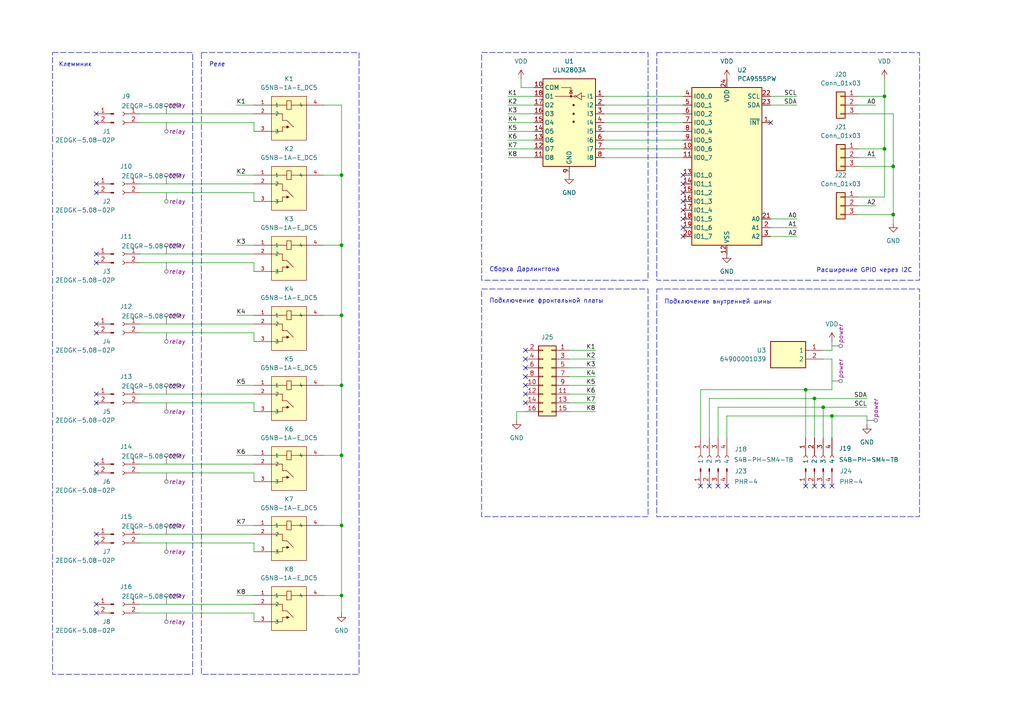
<source format=kicad_sch>
(kicad_sch (version 20231120) (generator "eeschema") (generator_version "8.0")
  (paper "A4")
  (title_block (title "Модуль релейных выходов PM-RQ8-base") (date "2024-05-29") (comment 2 "Konstantin"))
  (lib_symbols
    (symbol "Connector_Generic:Conn_01x03" (pin_names (offset 1.016) hide)
      (property "Reference" "J" (at 0 5.08 0))
      (property "Value" "Conn_01x03" (at 0 -5.08 0))
      (symbol "Conn_01x03_1_1"
        (pin passive line (at -5.08 2.54 0) (length 3.81) (name "Pin_1") (number "1"))
        (pin passive line (at -5.08 0 0) (length 3.81) (name "Pin_2") (number "2"))
        (pin passive line (at -5.08 -2.54 0) (length 3.81) (name "Pin_3") (number "3"))
      )
    )
    (symbol "JST_S4B-PH-SM4-TB_1" (pin_names (offset 1.016))
      (property "Reference" "J" (at -2.5428 6.3569 0))
      (property "Value" "S4B-PH-SM4-TB" (at -2.5411 -7.6232 0))
      (symbol "JST_S4B-PH-SM4-TB_1_1_0"
        (pin passive line (at -5.08 3.81 0) (length 5.08) (name "1") (number "1"))
        (pin passive line (at -5.08 1.27 0) (length 5.08) (name "2") (number "2"))
        (pin passive line (at -5.08 -1.27 0) (length 5.08) (name "3") (number "3"))
        (pin passive line (at -5.08 -3.81 0) (length 5.08) (name "4") (number "4"))
      )
    )
    (symbol "NextPCB:Conn_02x08_socket" (pin_names (offset 1.016) hide)
      (property "Reference" "J" (at 1.27 10.16 0))
      (symbol "Conn_02x08_socket_1_1"
        (pin passive line (at -5.08 7.62 0) (length 3.81) (name "Pin_1") (number "1"))
        (pin passive line (at 7.62 -2.54 180) (length 3.81) (name "Pin_10") (number "10"))
        (pin passive line (at -5.08 -5.08 0) (length 3.81) (name "Pin_11") (number "11"))
        (pin passive line (at 7.62 -5.08 180) (length 3.81) (name "Pin_12") (number "12"))
        (pin passive line (at -5.08 -7.62 0) (length 3.81) (name "Pin_13") (number "13"))
        (pin passive line (at 7.62 -7.62 180) (length 3.81) (name "Pin_14") (number "14"))
        (pin passive line (at -5.08 -10.16 0) (length 3.81) (name "Pin_15") (number "15"))
        (pin passive line (at 7.62 -10.16 180) (length 3.81) (name "Pin_16") (number "16"))
        (pin passive line (at 7.62 7.62 180) (length 3.81) (name "Pin_2") (number "2"))
        (pin passive line (at -5.08 5.08 0) (length 3.81) (name "Pin_3") (number "3"))
        (pin passive line (at 7.62 5.08 180) (length 3.81) (name "Pin_4") (number "4"))
        (pin passive line (at -5.08 2.54 0) (length 3.81) (name "Pin_5") (number "5"))
        (pin passive line (at 7.62 2.54 180) (length 3.81) (name "Pin_6") (number "6"))
        (pin passive line (at -5.08 0 0) (length 3.81) (name "Pin_7") (number "7"))
        (pin passive line (at 7.62 0 180) (length 3.81) (name "Pin_8") (number "8"))
        (pin passive line (at -5.08 -2.54 0) (length 3.81) (name "Pin_9") (number "9"))
      )
    )
    (symbol "NextPCB:Degson_2EDGK-5.08-02P" (pin_names (offset 1.016) hide) (on_board no)
      (property "Reference" "J" (at 0 2.54 0))
      (property "Value" "2EDGK-5.08-02P" (at 0 -5.08 0))
      (symbol "Degson_2EDGK-5.08-02P_1_1"
        (pin passive line (at 0 0 180) (length 3.81) (name "Pin_1") (number "1"))
        (pin passive line (at 0 -2.54 180) (length 3.81) (name "Pin_2") (number "2"))
      )
    )
    (symbol "NextPCB:Degson_2EDGR-5.08-02P" (pin_names (offset 1.016) hide)
      (property "Reference" "J" (at 0 2.54 0))
      (property "Value" "2EDGR-5.08-02P" (at 0 -5.08 0))
      (symbol "Degson_2EDGR-5.08-02P_1_1"
        (pin passive line (at -5.08 0 0) (length 3.81) (name "Pin_1") (number "1"))
        (pin passive line (at -5.08 -2.54 0) (length 3.81) (name "Pin_2") (number "2"))
      )
    )
    (symbol "NextPCB:Fuseholder"
      (property "Reference" "U" (at 16.51 7.62 0))
      (property "Value" "64900001039" (at 16.51 5.08 0))
      (symbol "Fuseholder_1_1"
        (pin passive line (at 0 0 0) (length 5.08) (name "1") (number "1"))
        (pin passive line (at 0 -2.54 0) (length 5.08) (name "2") (number "2"))
      )
    )
    (symbol "NextPCB:G5NB-1A-E_DC5" (pin_names (offset 1.016))
      (property "Reference" "K" (at 7.9746 6.5786 0))
      (property "Value" "G5NB-1A-E_DC5" (at 7.3352 4.0386 0))
      (symbol "G5NB-1A-E_DC5_0_0"
        (pin passive line (at 2.54 0 0) (length 5.08) (name "1") (number "1"))
        (pin passive line (at 2.54 -2.54 0) (length 5.08) (name "2") (number "2"))
        (pin passive line (at 2.54 -7.62 0) (length 5.08) (name "3") (number "3"))
        (pin passive line (at 22.86 0 180) (length 5.08) (name "4") (number "4"))
      )
    )
    (symbol "NextPCB:JST_PHR-4" (pin_names (offset 1.016) hide)
      (property "Reference" "J" (at 0 5.08 0))
      (property "Value" "PHR-4" (at 0 -7.62 0))
      (symbol "JST_PHR-4_1_1"
        (pin passive line (at 5.08 2.54 180) (length 3.81) (name "Pin_1") (number "1"))
        (pin passive line (at 5.08 0 180) (length 3.81) (name "Pin_2") (number "2"))
        (pin passive line (at 5.08 -2.54 180) (length 3.81) (name "Pin_3") (number "3"))
        (pin passive line (at 5.08 -5.08 180) (length 3.81) (name "Pin_4") (number "4"))
      )
    )
    (symbol "NextPCB:JST_S4B-PH-SM4-TB" (pin_names (offset 1.016))
      (property "Reference" "J" (at -2.5428 6.3569 0))
      (property "Value" "S4B-PH-SM4-TB" (at -2.5411 -7.6232 0))
      (symbol "JST_S4B-PH-SM4-TB_1_0"
        (pin passive line (at -5.08 3.81 0) (length 5.08) (name "1") (number "1"))
        (pin passive line (at -5.08 1.27 0) (length 5.08) (name "2") (number "2"))
        (pin passive line (at -5.08 -1.27 0) (length 5.08) (name "3") (number "3"))
        (pin passive line (at -5.08 -3.81 0) (length 5.08) (name "4") (number "4"))
      )
    )
    (symbol "NextPCB:PCA9555PW"
      (property "Reference" "U" (at -8.89 24.13 0))
      (property "Value" "PCA9555PW" (at 6.35 24.13 0))
      (symbol "PCA9555PW_1_1"
        (pin open_collector line (at -12.7 12.7 0) (length 2.54) (name "~{INT}") (number "1"))
        (pin bidirectional line (at 12.7 5.08 180) (length 2.54) (name "IO0_6") (number "10"))
        (pin bidirectional line (at 12.7 2.54 180) (length 2.54) (name "IO0_7") (number "11"))
        (pin power_in line (at 0 -25.4 90) (length 2.54) (name "VSS") (number "12"))
        (pin bidirectional line (at 12.7 -2.54 180) (length 2.54) (name "IO1_0") (number "13"))
        (pin bidirectional line (at 12.7 -5.08 180) (length 2.54) (name "IO1_1") (number "14"))
        (pin bidirectional line (at 12.7 -7.62 180) (length 2.54) (name "IO1_2") (number "15"))
        (pin bidirectional line (at 12.7 -10.16 180) (length 2.54) (name "IO1_3") (number "16"))
        (pin bidirectional line (at 12.7 -12.7 180) (length 2.54) (name "IO1_4") (number "17"))
        (pin bidirectional line (at 12.7 -15.24 180) (length 2.54) (name "IO1_5") (number "18"))
        (pin bidirectional line (at 12.7 -17.78 180) (length 2.54) (name "IO1_6") (number "19"))
        (pin input line (at -12.7 -17.78 0) (length 2.54) (name "A1") (number "2"))
        (pin bidirectional line (at 12.7 -20.32 180) (length 2.54) (name "IO1_7") (number "20"))
        (pin input line (at -12.7 -15.24 0) (length 2.54) (name "A0") (number "21"))
        (pin input line (at -12.7 20.32 0) (length 2.54) (name "SCL") (number "22"))
        (pin bidirectional line (at -12.7 17.78 0) (length 2.54) (name "SDA") (number "23"))
        (pin power_in line (at 0 25.4 270) (length 2.54) (name "VDD") (number "24"))
        (pin input line (at -12.7 -20.32 0) (length 2.54) (name "A2") (number "3"))
        (pin bidirectional line (at 12.7 20.32 180) (length 2.54) (name "IO0_0") (number "4"))
        (pin bidirectional line (at 12.7 17.78 180) (length 2.54) (name "IO0_1") (number "5"))
        (pin bidirectional line (at 12.7 15.24 180) (length 2.54) (name "IO0_2") (number "6"))
        (pin bidirectional line (at 12.7 12.7 180) (length 2.54) (name "IO0_3") (number "7"))
        (pin bidirectional line (at 12.7 10.16 180) (length 2.54) (name "IO0_4") (number "8"))
        (pin bidirectional line (at 12.7 7.62 180) (length 2.54) (name "IO0_5") (number "9"))
      )
    )
    (symbol "NextPCB:ULN2803A"
      (property "Reference" "U" (at 0 13.335 0))
      (property "Value" "ULN2803A" (at 0 11.43 0))
      (symbol "ULN2803A_1_1"
        (pin input line (at -10.16 5.08 0) (length 2.54) (name "I1") (number "1"))
        (pin passive line (at 10.16 7.62 180) (length 2.54) (name "COM") (number "10"))
        (pin open_collector line (at 10.16 -12.7 180) (length 2.54) (name "O8") (number "11"))
        (pin open_collector line (at 10.16 -10.16 180) (length 2.54) (name "O7") (number "12"))
        (pin open_collector line (at 10.16 -7.62 180) (length 2.54) (name "O6") (number "13"))
        (pin open_collector line (at 10.16 -5.08 180) (length 2.54) (name "O5") (number "14"))
        (pin open_collector line (at 10.16 -2.54 180) (length 2.54) (name "O4") (number "15"))
        (pin open_collector line (at 10.16 0 180) (length 2.54) (name "O3") (number "16"))
        (pin open_collector line (at 10.16 2.54 180) (length 2.54) (name "O2") (number "17"))
        (pin open_collector line (at 10.16 5.08 180) (length 2.54) (name "O1") (number "18"))
        (pin input line (at -10.16 2.54 0) (length 2.54) (name "I2") (number "2"))
        (pin input line (at -10.16 0 0) (length 2.54) (name "I3") (number "3"))
        (pin input line (at -10.16 -2.54 0) (length 2.54) (name "I4") (number "4"))
        (pin input line (at -10.16 -5.08 0) (length 2.54) (name "I5") (number "5"))
        (pin input line (at -10.16 -7.62 0) (length 2.54) (name "I6") (number "6"))
        (pin input line (at -10.16 -10.16 0) (length 2.54) (name "I7") (number "7"))
        (pin input line (at -10.16 -12.7 0) (length 2.54) (name "I8") (number "8"))
        (pin power_in line (at 0 -17.78 90) (length 2.54) (name "GND") (number "9"))
      )
    )
    (symbol "power:GND" (power) (pin_numbers hide) (pin_names (offset 0) hide)
      (property "Value" "GND" (at 0 -3.81 0))
      (symbol "GND_1_1"
        (pin power_in line (at 0 0 270) (length 0) (name "~") (number "1"))
      )
    )
    (symbol "power:VDD" (power) (pin_numbers hide) (pin_names (offset 0) hide)
      (property "Value" "VDD" (at 0 3.556 0))
      (symbol "VDD_1_1"
        (pin power_in line (at 0 0 90) (length 0) (name "~") (number "1"))
      )
    )
  )
  (junction (at 256.54 27.94))
  (junction (at 259.08 62.23))
  (junction (at 236.22 115.57))
  (junction (at 99.06 111.76))
  (junction (at 99.06 152.4))
  (junction (at 99.06 71.12))
  (junction (at 99.06 91.44))
  (junction (at 241.3 120.65))
  (junction (at 99.06 172.72))
  (junction (at 233.68 113.03))
  (junction (at 238.76 118.11))
  (junction (at 256.54 43.18))
  (junction (at 99.06 50.8))
  (junction (at 99.06 132.08))
  (junction (at 259.08 48.26))
  (no_connect (at 233.68 140.97))
  (no_connect (at 27.94 114.3))
  (no_connect (at 27.94 154.94))
  (no_connect (at 198.12 63.5))
  (no_connect (at 236.22 140.97))
  (no_connect (at 198.12 68.58))
  (no_connect (at 238.76 140.97))
  (no_connect (at 27.94 76.2))
  (no_connect (at 198.12 66.04))
  (no_connect (at 27.94 157.48))
  (no_connect (at 198.12 55.88))
  (no_connect (at 152.4 106.68))
  (no_connect (at 198.12 50.8))
  (no_connect (at 152.4 104.14))
  (no_connect (at 223.52 35.56))
  (no_connect (at 152.4 114.3))
  (no_connect (at 241.3 140.97))
  (no_connect (at 198.12 60.96))
  (no_connect (at 27.94 73.66))
  (no_connect (at 27.94 134.62))
  (no_connect (at 152.4 109.22))
  (no_connect (at 198.12 53.34))
  (no_connect (at 203.2 140.97))
  (no_connect (at 208.28 140.97))
  (no_connect (at 27.94 177.8))
  (no_connect (at 27.94 137.16))
  (no_connect (at 27.94 55.88))
  (no_connect (at 152.4 101.6))
  (no_connect (at 152.4 116.84))
  (no_connect (at 27.94 96.52))
  (no_connect (at 27.94 35.56))
  (no_connect (at 152.4 111.76))
  (no_connect (at 27.94 53.34))
  (no_connect (at 205.74 140.97))
  (no_connect (at 198.12 58.42))
  (no_connect (at 210.82 140.97))
  (no_connect (at 27.94 116.84))
  (no_connect (at 27.94 175.26))
  (no_connect (at 27.94 33.02))
  (no_connect (at 27.94 93.98))
  (wire (pts (xy 223.52 27.94) (xy 231.14 27.94)))
  (wire (pts (xy 73.66 157.48) (xy 73.66 160.02)))
  (wire (pts (xy 40.64 33.02) (xy 73.66 33.02)))
  (wire (pts (xy 40.64 73.66) (xy 73.66 73.66)))
  (wire (pts (xy 233.68 113.03) (xy 233.68 127)))
  (wire (pts (xy 40.64 157.48) (xy 73.66 157.48)))
  (wire (pts (xy 73.66 35.56) (xy 73.66 38.1)))
  (wire (pts (xy 175.26 33.02) (xy 198.12 33.02)))
  (wire (pts (xy 165.1 104.14) (xy 172.72 104.14)))
  (wire (pts (xy 223.52 68.58) (xy 231.14 68.58)))
  (wire (pts (xy 149.86 121.92) (xy 149.86 119.38)))
  (wire (pts (xy 152.4 119.38) (xy 149.86 119.38)))
  (wire (pts (xy 175.26 35.56) (xy 198.12 35.56)))
  (wire (pts (xy 248.92 57.15) (xy 256.54 57.15)))
  (wire (pts (xy 93.98 91.44) (xy 99.06 91.44)))
  (wire (pts (xy 68.58 91.44) (xy 73.66 91.44)))
  (wire (pts (xy 241.3 120.65) (xy 241.3 127)))
  (wire (pts (xy 248.92 62.23) (xy 259.08 62.23)))
  (wire (pts (xy 223.52 30.48) (xy 231.14 30.48)))
  (wire (pts (xy 248.92 43.18) (xy 256.54 43.18)))
  (wire (pts (xy 73.66 76.2) (xy 73.66 78.74)))
  (wire (pts (xy 73.66 58.42) (xy 73.66 55.88)))
  (wire (pts (xy 68.58 172.72) (xy 73.66 172.72)))
  (wire (pts (xy 73.66 99.06) (xy 73.66 96.52)))
  (wire (pts (xy 256.54 43.18) (xy 256.54 57.15)))
  (wire (pts (xy 165.1 114.3) (xy 172.72 114.3)))
  (wire (pts (xy 175.26 38.1) (xy 198.12 38.1)))
  (wire (pts (xy 68.58 152.4) (xy 73.66 152.4)))
  (wire (pts (xy 175.26 30.48) (xy 198.12 30.48)))
  (wire (pts (xy 151.13 25.4) (xy 151.13 22.86)))
  (wire (pts (xy 40.64 134.62) (xy 73.66 134.62)))
  (wire (pts (xy 175.26 43.18) (xy 198.12 43.18)))
  (wire (pts (xy 256.54 27.94) (xy 256.54 43.18)))
  (wire (pts (xy 99.06 152.4) (xy 99.06 172.72)))
  (wire (pts (xy 40.64 116.84) (xy 73.66 116.84)))
  (wire (pts (xy 165.1 111.76) (xy 172.72 111.76)))
  (wire (pts (xy 40.64 93.98) (xy 73.66 93.98)))
  (wire (pts (xy 99.06 50.8) (xy 99.06 71.12)))
  (wire (pts (xy 147.32 30.48) (xy 154.94 30.48)))
  (wire (pts (xy 203.2 113.03) (xy 203.2 127)))
  (wire (pts (xy 259.08 62.23) (xy 259.08 64.77)))
  (wire (pts (xy 259.08 33.02) (xy 259.08 48.26)))
  (wire (pts (xy 165.1 106.68) (xy 172.72 106.68)))
  (wire (pts (xy 175.26 27.94) (xy 198.12 27.94)))
  (wire (pts (xy 256.54 27.94) (xy 256.54 22.86)))
  (wire (pts (xy 40.64 177.8) (xy 73.66 177.8)))
  (wire (pts (xy 93.98 152.4) (xy 99.06 152.4)))
  (wire (pts (xy 68.58 132.08) (xy 73.66 132.08)))
  (wire (pts (xy 147.32 27.94) (xy 154.94 27.94)))
  (wire (pts (xy 248.92 59.69) (xy 254 59.69)))
  (wire (pts (xy 99.06 132.08) (xy 99.06 152.4)))
  (wire (pts (xy 154.94 25.4) (xy 151.13 25.4)))
  (wire (pts (xy 147.32 43.18) (xy 154.94 43.18)))
  (wire (pts (xy 238.76 101.6) (xy 241.3 101.6)))
  (wire (pts (xy 68.58 30.48) (xy 73.66 30.48)))
  (wire (pts (xy 93.98 71.12) (xy 99.06 71.12)))
  (wire (pts (xy 99.06 71.12) (xy 99.06 91.44)))
  (wire (pts (xy 251.46 123.19) (xy 251.46 120.65)))
  (wire (pts (xy 99.06 30.48) (xy 99.06 50.8)))
  (wire (pts (xy 40.64 55.88) (xy 73.66 55.88)))
  (wire (pts (xy 147.32 33.02) (xy 154.94 33.02)))
  (wire (pts (xy 40.64 137.16) (xy 73.66 137.16)))
  (wire (pts (xy 99.06 91.44) (xy 99.06 111.76)))
  (wire (pts (xy 251.46 118.11) (xy 238.76 118.11)))
  (wire (pts (xy 208.28 127) (xy 208.28 118.11)))
  (wire (pts (xy 241.3 104.14) (xy 238.76 104.14)))
  (wire (pts (xy 241.3 99.06) (xy 241.3 101.6)))
  (wire (pts (xy 165.1 116.84) (xy 172.72 116.84)))
  (wire (pts (xy 251.46 120.65) (xy 241.3 120.65)))
  (wire (pts (xy 241.3 113.03) (xy 233.68 113.03)))
  (wire (pts (xy 251.46 115.57) (xy 236.22 115.57)))
  (wire (pts (xy 93.98 30.48) (xy 99.06 30.48)))
  (wire (pts (xy 93.98 50.8) (xy 99.06 50.8)))
  (wire (pts (xy 223.52 66.04) (xy 231.14 66.04)))
  (wire (pts (xy 99.06 172.72) (xy 93.98 172.72)))
  (wire (pts (xy 99.06 111.76) (xy 99.06 132.08)))
  (wire (pts (xy 147.32 40.64) (xy 154.94 40.64)))
  (wire (pts (xy 165.1 119.38) (xy 172.72 119.38)))
  (wire (pts (xy 233.68 113.03) (xy 203.2 113.03)))
  (wire (pts (xy 205.74 127) (xy 205.74 115.57)))
  (wire (pts (xy 210.82 127) (xy 210.82 120.65)))
  (wire (pts (xy 248.92 33.02) (xy 259.08 33.02)))
  (wire (pts (xy 147.32 38.1) (xy 154.94 38.1)))
  (wire (pts (xy 99.06 172.72) (xy 99.06 177.8)))
  (wire (pts (xy 40.64 53.34) (xy 73.66 53.34)))
  (wire (pts (xy 40.64 76.2) (xy 73.66 76.2)))
  (wire (pts (xy 147.32 35.56) (xy 154.94 35.56)))
  (wire (pts (xy 248.92 45.72) (xy 254 45.72)))
  (wire (pts (xy 40.64 175.26) (xy 73.66 175.26)))
  (wire (pts (xy 165.1 101.6) (xy 172.72 101.6)))
  (wire (pts (xy 208.28 118.11) (xy 238.76 118.11)))
  (wire (pts (xy 210.82 120.65) (xy 241.3 120.65)))
  (wire (pts (xy 248.92 48.26) (xy 259.08 48.26)))
  (wire (pts (xy 40.64 154.94) (xy 73.66 154.94)))
  (wire (pts (xy 259.08 48.26) (xy 259.08 62.23)))
  (wire (pts (xy 40.64 96.52) (xy 73.66 96.52)))
  (wire (pts (xy 236.22 115.57) (xy 236.22 127)))
  (wire (pts (xy 40.64 114.3) (xy 73.66 114.3)))
  (wire (pts (xy 248.92 27.94) (xy 256.54 27.94)))
  (wire (pts (xy 248.92 30.48) (xy 254 30.48)))
  (wire (pts (xy 68.58 71.12) (xy 73.66 71.12)))
  (wire (pts (xy 68.58 50.8) (xy 73.66 50.8)))
  (wire (pts (xy 205.74 115.57) (xy 236.22 115.57)))
  (wire (pts (xy 165.1 109.22) (xy 172.72 109.22)))
  (wire (pts (xy 93.98 132.08) (xy 99.06 132.08)))
  (wire (pts (xy 73.66 137.16) (xy 73.66 139.7)))
  (wire (pts (xy 147.32 45.72) (xy 154.94 45.72)))
  (wire (pts (xy 73.66 116.84) (xy 73.66 119.38)))
  (wire (pts (xy 40.64 35.56) (xy 73.66 35.56)))
  (wire (pts (xy 175.26 40.64) (xy 198.12 40.64)))
  (wire (pts (xy 68.58 111.76) (xy 73.66 111.76)))
  (wire (pts (xy 238.76 118.11) (xy 238.76 127)))
  (wire (pts (xy 223.52 63.5) (xy 231.14 63.5)))
  (wire (pts (xy 73.66 177.8) (xy 73.66 180.34)))
  (wire (pts (xy 93.98 111.76) (xy 99.06 111.76)))
  (wire (pts (xy 175.26 45.72) (xy 198.12 45.72)))
  (wire (pts (xy 241.3 104.14) (xy 241.3 113.03)))
  (rectangle (start 190.5 15.24) (end 266.7 81.28) (stroke (width 0) (type dash)))
  (rectangle (start 139.7 83.82) (end 187.96 149.86) (stroke (width 0) (type dash)))
  (rectangle (start 58.42 15.24) (end 104.14 195.58) (stroke (width 0) (type dash)))
  (rectangle (start 15.24 15.24) (end 55.88 195.58) (stroke (width 0) (type dash)))
  (rectangle (start 139.7 15.24) (end 187.96 81.28) (stroke (width 0) (type dash)))
  (rectangle (start 190.5 83.82) (end 266.7 149.86) (stroke (width 0) (type dash)))
  (text "Расширение GPIO через I2C" (at 250.698 78.486 0) (effects (font (size 1.27 1.27))))
  (text "Реле" (at 62.992 18.796 0) (effects (font (size 1.27 1.27))))
  (text "Сборка Дарлингтона" (at 152.146 78.232 0) (effects (font (size 1.27 1.27))))
  (text "Клеммник" (at 21.844 18.796 0) (effects (font (size 1.27 1.27))))
  (text "Подключение внутренней шины" (at 208.28 87.63 0) (effects (font (size 1.27 1.27))))
  (text "Подключение фронтальной платы" (at 158.496 87.376 0) (effects (font (size 1.27 1.27))))
  (label "K4" (at 172.72 109.22 180))
  (label "A2" (at 231.14 68.58 180))
  (label "SCL" (at 251.46 118.11 180))
  (label "K5" (at 172.72 111.76 180))
  (label "K7" (at 172.72 116.84 180))
  (label "A1" (at 254 45.72 180))
  (label "SCL" (at 231.14 27.94 180))
  (label "K3" (at 172.72 106.68 180))
  (label "K2" (at 68.58 50.8 0))
  (label "K1" (at 172.72 101.6 180))
  (label "A2" (at 254 59.69 180))
  (label "K4" (at 68.58 91.44 0))
  (label "K3" (at 68.58 71.12 0))
  (label "K6" (at 172.72 114.3 180))
  (label "K1" (at 147.32 27.94 0))
  (label "A0" (at 231.14 63.5 180))
  (label "SDA" (at 231.14 30.48 180))
  (label "K8" (at 68.58 172.72 0))
  (label "K2" (at 147.32 30.48 0))
  (label "A1" (at 231.14 66.04 180))
  (label "K7" (at 147.32 43.18 0))
  (label "A0" (at 254 30.48 180))
  (label "K6" (at 147.32 40.64 0))
  (label "K6" (at 68.58 132.08 0))
  (label "K2" (at 172.72 104.14 180))
  (label "K1" (at 68.58 30.48 0))
  (label "K8" (at 147.32 45.72 0))
  (label "K8" (at 172.72 119.38 180))
  (label "K5" (at 147.32 38.1 0))
  (label "K3" (at 147.32 33.02 0))
  (label "SDA" (at 251.46 115.57 180))
  (label "K5" (at 68.58 111.76 0))
  (label "K4" (at 147.32 35.56 0))
  (label "K7" (at 68.58 152.4 0))
  (netclass_flag "" (length 2.54) (shape round) (at 241.3 110.49 270) (property "Netclass" "power" (at 243.84 109.7915 90) (effects (font (italic yes)) (justify left))))
  (netclass_flag "" (length 2.54) (shape round) (at 48.26 116.84 180) (property "Netclass" "relay" (at 48.9585 119.38 0) (effects (font (italic yes)) (justify left))))
  (netclass_flag "" (length 2.54) (shape round) (at 48.26 114.3 0) (property "Netclass" "relay" (at 48.9585 111.76 0) (effects (font (italic yes)) (justify left))))
  (netclass_flag "" (length 2.54) (shape round) (at 48.26 33.02 0) (property "Netclass" "relay" (at 48.9585 30.48 0) (effects (font (italic yes)) (justify left))))
  (netclass_flag "" (length 2.54) (shape round) (at 48.26 35.56 180) (property "Netclass" "relay" (at 48.9585 38.1 0) (effects (font (italic yes)) (justify left))))
  (netclass_flag "" (length 2.54) (shape round) (at 48.26 154.94 0) (property "Netclass" "relay" (at 48.9585 152.4 0) (effects (font (italic yes)) (justify left))))
  (netclass_flag "" (length 2.54) (shape round) (at 48.26 134.62 0) (property "Netclass" "relay" (at 48.9585 132.08 0) (effects (font (italic yes)) (justify left))))
  (netclass_flag "" (length 2.54) (shape round) (at 48.26 157.48 180) (property "Netclass" "relay" (at 48.9585 160.02 0) (effects (font (italic yes)) (justify left))))
  (netclass_flag "" (length 2.54) (shape round) (at 48.26 53.34 0) (property "Netclass" "relay" (at 48.9585 50.8 0) (effects (font (italic yes)) (justify left))))
  (netclass_flag "" (length 2.54) (shape round) (at 48.26 96.52 180) (property "Netclass" "relay" (at 48.9585 99.06 0) (effects (font (italic yes)) (justify left))))
  (netclass_flag "" (length 2.54) (shape round) (at 48.26 175.26 0) (property "Netclass" "relay" (at 48.9585 172.72 0) (effects (font (italic yes)) (justify left))))
  (netclass_flag "" (length 2.54) (shape round) (at 48.26 73.66 0) (property "Netclass" "relay" (at 48.9585 71.12 0) (effects (font (italic yes)) (justify left))))
  (netclass_flag "" (length 2.54) (shape round) (at 48.26 76.2 180) (property "Netclass" "relay" (at 48.9585 78.74 0) (effects (font (italic yes)) (justify left))))
  (netclass_flag "" (length 2.54) (shape round) (at 48.26 137.16 180) (property "Netclass" "relay" (at 48.9585 139.7 0) (effects (font (italic yes)) (justify left))))
  (netclass_flag "" (length 2.54) (shape round) (at 241.3 100.33 270) (property "Netclass" "power" (at 243.84 99.6315 90) (effects (font (italic yes)) (justify left))))
  (netclass_flag "" (length 2.54) (shape round) (at 48.26 93.98 0) (property "Netclass" "relay" (at 48.9585 91.44 0) (effects (font (italic yes)) (justify left))))
  (netclass_flag "" (length 2.54) (shape round) (at 48.26 177.8 180) (property "Netclass" "relay" (at 48.9585 180.34 0) (effects (font (italic yes)) (justify left))))
  (netclass_flag "" (length 2.54) (shape round) (at 48.26 55.88 180) (property "Netclass" "relay" (at 48.9585 58.42 0) (effects (font (italic yes)) (justify left))))
  (netclass_flag "" (length 2.54) (shape round) (at 251.46 121.92 270) (property "Netclass" "power" (at 254 121.2215 90) (effects (font (italic yes)) (justify left))))
  (symbol (lib_id "power:VDD") (at 256.54 22.86 0) (unit 1)
    (property "Reference" "#PWR09" (effects (hide yes)))
    (property "Value" "VDD" (at 256.54 17.78 0))
    (property "Description" "Power symbol creates a global label with name \"VDD\"" (effects (hide yes)))
  )
  (symbol (lib_id "Connector_Generic:Conn_01x03") (at 243.84 45.72 0) (mirror y) (unit 1)
    (property "Reference" "J21" (at 243.84 36.83 0))
    (property "Value" "Conn_01x03" (at 243.84 39.37 0))
    (property "Footprint" "Connector_PinHeader_2.54mm:PinHeader_1x03_P2.54mm_Vertical_SMD_Pin1Left" (effects (hide yes)))
    (property "Description" "Generic connector, single row, 01x03, script generated (kicad-library-utils/schlib/autogen/connector/)" (effects (hide yes)))
  )
  (symbol (lib_id "NextPCB:Degson_2EDGR-5.08-02P") (at 35.56 53.34 0) (mirror y) (unit 1)
    (property "Reference" "J10" (at 36.576 48.26 0))
    (property "Value" "2EDGR-5.08-02P" (at 43.942 51.054 0))
    (property "Footprint" "NextPCB:Degson_2EDGR-5.08-02P" (effects (hide yes)))
    (property "Description" "Generic connector, single row, 01x02, script generated" (effects (hide yes)))
    (property "NextPCB_url" "https://www.hqonline.com/product-detail/max-maixu--mx2edgr-5-08-02p-gn01-cu-a-1027942969" (effects (hide yes)))
    (property "NextPCB_price" "0.03132" (effects (hide yes)))
  )
  (symbol (lib_id "NextPCB:Degson_2EDGR-5.08-02P") (at 35.56 154.94 0) (mirror y) (unit 1)
    (property "Reference" "J15" (at 36.576 149.86 0))
    (property "Value" "2EDGR-5.08-02P" (at 43.942 152.654 0))
    (property "Footprint" "NextPCB:Degson_2EDGR-5.08-02P" (effects (hide yes)))
    (property "Description" "Generic connector, single row, 01x02, script generated" (effects (hide yes)))
    (property "NextPCB_url" "https://www.hqonline.com/product-detail/max-maixu--mx2edgr-5-08-02p-gn01-cu-a-1027942969" (effects (hide yes)))
    (property "NextPCB_price" "0.03132" (effects (hide yes)))
  )
  (symbol (lib_id "NextPCB:Conn_02x08_socket") (at 160.02 109.22 0) (mirror y) (unit 1)
    (property "Reference" "J25" (at 158.75 97.79 0))
    (property "Value" "Conn_02x08_socket" (effects (hide yes)))
    (property "Footprint" "Connector_PinSocket_2.54mm:PinSocket_2x08_P2.54mm_Vertical_SMD" (effects (hide yes)))
    (property "Description" "Generic connector, double row, 02x08, odd/even pin numbering scheme (row 1 odd numbers, row 2 even numbers), script generated (kicad-library-utils/schlib/autogen/connector/)" (effects (hide yes)))
    (property "NextPCB_url" "https://www.hqonline.com/product-detail/female-headers-hctl-pm254-2-08-s-8-5-1018837905" (effects (hide yes)))
    (property "NextPCB_price" "0.27113" (effects (hide yes)))
  )
  (symbol (lib_id "power:GND") (at 99.06 177.8 0) (unit 1)
    (property "Reference" "#PWR01" (effects (hide yes)))
    (property "Value" "GND" (at 99.06 182.88 0))
    (property "Description" "Power symbol creates a global label with name \"GND\" , ground" (effects (hide yes)))
  )
  (symbol (lib_id "NextPCB:JST_PHR-4") (at 236.22 135.89 90) (mirror x) (unit 1) (on_board no)
    (property "Reference" "J24" (at 245.364 136.652 90))
    (property "Value" "PHR-4" (at 246.888 139.7 90))
    (property "Datasheet" "https://www.jst-mfg.com/product/pdf/eng/ePH.pdf?6656bd1692cde" (effects (hide yes)))
    (property "Description" "Generic connector, single row, 01x04, script generated" (effects (hide yes)))
    (property "NextPCB_price" "0.00887" (effects (hide yes)))
    (property "NextPCB_url" "https://www.hqonline.com/product-detail/rubber-shells-and-accessories-jst-phr-4-2500219090" (effects (hide yes)))
  )
  (symbol (lib_id "NextPCB:Degson_2EDGK-5.08-02P") (at 27.94 154.94 0) (mirror y) (unit 1) (on_board no)
    (property "Reference" "J7" (at 29.718 160.02 0) (effects (justify right)))
    (property "Value" "2EDGK-5.08-02P" (at 16.002 162.56 0) (effects (justify right)))
    (property "Description" "Generic connector, single row, 01x02, script generated" (effects (hide yes)))
    (property "NextPCB_url" "https://www.hqonline.com/product-detail/max-maixu--mx2edgk-5-08-02p-gn01-cu-y-a-1027943030" (effects (hide yes)))
    (property "NextPCB_price" "0.11828" (effects (hide yes)))
  )
  (symbol (lib_id "NextPCB:Degson_2EDGK-5.08-02P") (at 27.94 53.34 0) (mirror y) (unit 1) (on_board no)
    (property "Reference" "J2" (at 29.718 58.42 0) (effects (justify right)))
    (property "Value" "2EDGK-5.08-02P" (at 16.002 60.96 0) (effects (justify right)))
    (property "Description" "Generic connector, single row, 01x02, script generated" (effects (hide yes)))
    (property "NextPCB_url" "https://www.hqonline.com/product-detail/max-maixu--mx2edgk-5-08-02p-gn01-cu-y-a-1027943030" (effects (hide yes)))
    (property "NextPCB_price" "0.11828" (effects (hide yes)))
  )
  (symbol (lib_id "NextPCB:G5NB-1A-E_DC5") (at 71.12 91.44 0) (unit 1)
    (property "Reference" "K4" (at 83.82 83.82 0))
    (property "Value" "G5NB-1A-E_DC5" (at 83.82 86.36 0))
    (property "Footprint" "NextPCB:G5NB-1A-E_DC12_RELAY_G5NB-1A_DC5_OMR" (effects (hide yes)))
    (property "MF" "Omron Electronics Inc-EMC Div" (effects (hide yes)))
    (property "Description_1" "\nPower PCB Relay, 3A/5A, SPST-NO, 12 VDC, G5NB Series | Omron Electronic Components G5NB-1A-E DC12\n" (effects (hide yes)))
    (property "COPYRIGHT" "Copyright (C) 2023 Ultra Librarian. All rights reserved." (effects (hide yes)))
    (property "Package" "None" (effects (hide yes)))
    (property "Price" "None" (effects (hide yes)))
    (property "Check_prices" "https://www.snapeda.com/parts/G5NB-1A-E%20DC12/Omron+Electronics+Inc-EMC+Div/view-part/?ref=eda" (effects (hide yes)))
    (property "Availability" "In Stock" (effects (hide yes)))
    (property "SnapEDA_Link" "https://www.snapeda.com/parts/G5NB-1A-E%20DC12/Omron+Electronics+Inc-EMC+Div/view-part/?ref=snap" (effects (hide yes)))
    (property "MP" "G5NB-1A-E DC12" (effects (hide yes)))
    (property "Purchase-URL" "https://www.snapeda.com/api/url_track_click_mouser/?unipart_id=3078279&manufacturer=Omron Electronics Inc-EMC Div&part_name=G5NB-1A-E DC12&search_term=g5nb" (effects (hide yes)))
    (property "MFR_NAME" "Omron" (effects (hide yes)))
    (property "MANUFACTURER_PART_NUMBER" "G5NB-1A-E DC12" (effects (hide yes)))
    (property "NextPCB_url" "https://www.hqonline.com/product-detail/oumulong-omron--g5nb-1a-e-5vdc-1025587015" (effects (hide yes)))
    (property "NextPCB_price" "0.88519" (effects (hide yes)))
  )
  (symbol (lib_id "NextPCB:Degson_2EDGK-5.08-02P") (at 27.94 134.62 0) (mirror y) (unit 1) (on_board no)
    (property "Reference" "J6" (at 29.718 139.7 0) (effects (justify right)))
    (property "Value" "2EDGK-5.08-02P" (at 16.002 142.24 0) (effects (justify right)))
    (property "Description" "Generic connector, single row, 01x02, script generated" (effects (hide yes)))
    (property "NextPCB_url" "https://www.hqonline.com/product-detail/max-maixu--mx2edgk-5-08-02p-gn01-cu-y-a-1027943030" (effects (hide yes)))
    (property "NextPCB_price" "0.11828" (effects (hide yes)))
  )
  (symbol (lib_id "NextPCB:G5NB-1A-E_DC5") (at 71.12 172.72 0) (unit 1)
    (property "Reference" "K8" (at 83.82 165.1 0))
    (property "Value" "G5NB-1A-E_DC5" (at 83.82 167.64 0))
    (property "Footprint" "NextPCB:G5NB-1A-E_DC12_RELAY_G5NB-1A_DC5_OMR" (effects (hide yes)))
    (property "MF" "Omron Electronics Inc-EMC Div" (effects (hide yes)))
    (property "Description_1" "\nPower PCB Relay, 3A/5A, SPST-NO, 12 VDC, G5NB Series | Omron Electronic Components G5NB-1A-E DC12\n" (effects (hide yes)))
    (property "COPYRIGHT" "Copyright (C) 2023 Ultra Librarian. All rights reserved." (effects (hide yes)))
    (property "Package" "None" (effects (hide yes)))
    (property "Price" "None" (effects (hide yes)))
    (property "Check_prices" "https://www.snapeda.com/parts/G5NB-1A-E%20DC12/Omron+Electronics+Inc-EMC+Div/view-part/?ref=eda" (effects (hide yes)))
    (property "Availability" "In Stock" (effects (hide yes)))
    (property "SnapEDA_Link" "https://www.snapeda.com/parts/G5NB-1A-E%20DC12/Omron+Electronics+Inc-EMC+Div/view-part/?ref=snap" (effects (hide yes)))
    (property "MP" "G5NB-1A-E DC12" (effects (hide yes)))
    (property "Purchase-URL" "https://www.snapeda.com/api/url_track_click_mouser/?unipart_id=3078279&manufacturer=Omron Electronics Inc-EMC Div&part_name=G5NB-1A-E DC12&search_term=g5nb" (effects (hide yes)))
    (property "MFR_NAME" "Omron" (effects (hide yes)))
    (property "MANUFACTURER_PART_NUMBER" "G5NB-1A-E DC12" (effects (hide yes)))
    (property "NextPCB_url" "https://www.hqonline.com/product-detail/oumulong-omron--g5nb-1a-e-5vdc-1025587015" (effects (hide yes)))
    (property "NextPCB_price" "0.88519" (effects (hide yes)))
  )
  (symbol (lib_id "NextPCB:Degson_2EDGK-5.08-02P") (at 27.94 93.98 0) (mirror y) (unit 1) (on_board no)
    (property "Reference" "J4" (at 29.718 99.06 0) (effects (justify right)))
    (property "Value" "2EDGK-5.08-02P" (at 16.002 101.6 0) (effects (justify right)))
    (property "Description" "Generic connector, single row, 01x02, script generated" (effects (hide yes)))
    (property "NextPCB_url" "https://www.hqonline.com/product-detail/max-maixu--mx2edgk-5-08-02p-gn01-cu-y-a-1027943030" (effects (hide yes)))
    (property "NextPCB_price" "0.11828" (effects (hide yes)))
  )
  (symbol (lib_id "power:GND") (at 149.86 121.92 0) (unit 1)
    (property "Reference" "#PWR04" (effects (hide yes)))
    (property "Value" "GND" (at 149.86 127 0))
    (property "Description" "Power symbol creates a global label with name \"GND\" , ground" (effects (hide yes)))
  )
  (symbol (lib_id "NextPCB:Degson_2EDGR-5.08-02P") (at 35.56 93.98 0) (mirror y) (unit 1)
    (property "Reference" "J12" (at 36.576 88.9 0))
    (property "Value" "2EDGR-5.08-02P" (at 43.942 91.694 0))
    (property "Footprint" "NextPCB:Degson_2EDGR-5.08-02P" (effects (hide yes)))
    (property "Description" "Generic connector, single row, 01x02, script generated" (effects (hide yes)))
    (property "NextPCB_url" "https://www.hqonline.com/product-detail/max-maixu--mx2edgr-5-08-02p-gn01-cu-a-1027942969" (effects (hide yes)))
    (property "NextPCB_price" "0.03132" (effects (hide yes)))
  )
  (symbol (lib_id "NextPCB:PCA9555PW") (at 210.82 48.26 0) (mirror y) (unit 1)
    (property "Reference" "U2" (at 213.8365 20.32 0) (effects (justify right)))
    (property "Value" "PCA9555PW" (at 213.8365 22.86 0) (effects (justify right)))
    (property "Footprint" "Package_SO:TSSOP-24_4.4x7.8mm_P0.65mm" (effects (hide yes)))
    (property "Datasheet" "https://www.nxp.com/docs/en/data-sheet/PCA9555.pdf" (effects (hide yes)))
    (property "Description" "IO expander 16 GPIO, I2C 400kHz, Interrupt, 2.3 - 5.5V, TSSOP-24" (effects (hide yes)))
    (property "MPN" "PCA9555PW" (effects (hide yes)))
    (property "NextPCB_url" "https://www.hqonline.com/product-detail/enzhipu-nxp--pca9555pw-1025693950" (effects (hide yes)))
    (property "NextPCB_price" "0.75761" (effects (hide yes)))
  )
  (symbol (lib_id "power:GND") (at 259.08 64.77 0) (unit 1)
    (property "Reference" "#PWR010" (effects (hide yes)))
    (property "Value" "GND" (at 259.08 69.85 0))
    (property "Description" "Power symbol creates a global label with name \"GND\" , ground" (effects (hide yes)))
  )
  (symbol (lib_id "Connector_Generic:Conn_01x03") (at 243.84 30.48 0) (mirror y) (unit 1)
    (property "Reference" "J20" (at 243.84 21.59 0))
    (property "Value" "Conn_01x03" (at 243.84 24.13 0))
    (property "Footprint" "Connector_PinHeader_2.54mm:PinHeader_1x03_P2.54mm_Vertical_SMD_Pin1Left" (effects (hide yes)))
    (property "Description" "Generic connector, single row, 01x03, script generated (kicad-library-utils/schlib/autogen/connector/)" (effects (hide yes)))
  )
  (symbol (lib_id "Connector_Generic:Conn_01x03") (at 243.84 59.69 0) (mirror y) (unit 1)
    (property "Reference" "J22" (at 243.84 50.8 0))
    (property "Value" "Conn_01x03" (at 243.84 53.34 0))
    (property "Footprint" "Connector_PinHeader_2.54mm:PinHeader_1x03_P2.54mm_Vertical_SMD_Pin1Left" (effects (hide yes)))
    (property "Description" "Generic connector, single row, 01x03, script generated (kicad-library-utils/schlib/autogen/connector/)" (effects (hide yes)))
  )
  (symbol (lib_id "NextPCB:Degson_2EDGR-5.08-02P") (at 35.56 114.3 0) (mirror y) (unit 1)
    (property "Reference" "J13" (at 36.576 109.22 0))
    (property "Value" "2EDGR-5.08-02P" (at 43.942 112.014 0))
    (property "Footprint" "NextPCB:Degson_2EDGR-5.08-02P" (effects (hide yes)))
    (property "Description" "Generic connector, single row, 01x02, script generated" (effects (hide yes)))
    (property "NextPCB_url" "https://www.hqonline.com/product-detail/max-maixu--mx2edgr-5-08-02p-gn01-cu-a-1027942969" (effects (hide yes)))
    (property "NextPCB_price" "0.03132" (effects (hide yes)))
  )
  (symbol (lib_id "power:GND") (at 251.46 123.19 0) (unit 1)
    (property "Reference" "#PWR08" (effects (hide yes)))
    (property "Value" "GND" (at 251.46 128.27 0))
    (property "Description" "Power symbol creates a global label with name \"GND\" , ground" (effects (hide yes)))
  )
  (symbol (lib_id "NextPCB:G5NB-1A-E_DC5") (at 71.12 71.12 0) (unit 1)
    (property "Reference" "K3" (at 83.82 63.5 0))
    (property "Value" "G5NB-1A-E_DC5" (at 83.82 66.04 0))
    (property "Footprint" "NextPCB:G5NB-1A-E_DC12_RELAY_G5NB-1A_DC5_OMR" (effects (hide yes)))
    (property "MF" "Omron Electronics Inc-EMC Div" (effects (hide yes)))
    (property "Description_1" "\nPower PCB Relay, 3A/5A, SPST-NO, 12 VDC, G5NB Series | Omron Electronic Components G5NB-1A-E DC12\n" (effects (hide yes)))
    (property "COPYRIGHT" "Copyright (C) 2023 Ultra Librarian. All rights reserved." (effects (hide yes)))
    (property "Package" "None" (effects (hide yes)))
    (property "Price" "None" (effects (hide yes)))
    (property "Check_prices" "https://www.snapeda.com/parts/G5NB-1A-E%20DC12/Omron+Electronics+Inc-EMC+Div/view-part/?ref=eda" (effects (hide yes)))
    (property "Availability" "In Stock" (effects (hide yes)))
    (property "SnapEDA_Link" "https://www.snapeda.com/parts/G5NB-1A-E%20DC12/Omron+Electronics+Inc-EMC+Div/view-part/?ref=snap" (effects (hide yes)))
    (property "MP" "G5NB-1A-E DC12" (effects (hide yes)))
    (property "Purchase-URL" "https://www.snapeda.com/api/url_track_click_mouser/?unipart_id=3078279&manufacturer=Omron Electronics Inc-EMC Div&part_name=G5NB-1A-E DC12&search_term=g5nb" (effects (hide yes)))
    (property "MFR_NAME" "Omron" (effects (hide yes)))
    (property "MANUFACTURER_PART_NUMBER" "G5NB-1A-E DC12" (effects (hide yes)))
    (property "NextPCB_url" "https://www.hqonline.com/product-detail/oumulong-omron--g5nb-1a-e-5vdc-1025587015" (effects (hide yes)))
    (property "NextPCB_price" "0.88519" (effects (hide yes)))
  )
  (symbol (lib_id "NextPCB:Degson_2EDGK-5.08-02P") (at 27.94 114.3 0) (mirror y) (unit 1) (on_board no)
    (property "Reference" "J5" (at 29.718 119.38 0) (effects (justify right)))
    (property "Value" "2EDGK-5.08-02P" (at 16.002 121.92 0) (effects (justify right)))
    (property "Description" "Generic connector, single row, 01x02, script generated" (effects (hide yes)))
    (property "NextPCB_url" "https://www.hqonline.com/product-detail/max-maixu--mx2edgk-5-08-02p-gn01-cu-y-a-1027943030" (effects (hide yes)))
    (property "NextPCB_price" "0.11828" (effects (hide yes)))
  )
  (symbol (lib_id "NextPCB:Degson_2EDGR-5.08-02P") (at 35.56 73.66 0) (mirror y) (unit 1)
    (property "Reference" "J11" (at 36.576 68.58 0))
    (property "Value" "2EDGR-5.08-02P" (at 43.942 71.374 0))
    (property "Footprint" "NextPCB:Degson_2EDGR-5.08-02P" (effects (hide yes)))
    (property "Description" "Generic connector, single row, 01x02, script generated" (effects (hide yes)))
    (property "NextPCB_url" "https://www.hqonline.com/product-detail/max-maixu--mx2edgr-5-08-02p-gn01-cu-a-1027942969" (effects (hide yes)))
    (property "NextPCB_price" "0.03132" (effects (hide yes)))
  )
  (symbol (lib_id "NextPCB:Degson_2EDGK-5.08-02P") (at 27.94 33.02 0) (mirror y) (unit 1) (on_board no)
    (property "Reference" "J1" (at 29.718 38.1 0) (effects (justify right)))
    (property "Value" "2EDGK-5.08-02P" (at 16.002 40.64 0) (effects (justify right)))
    (property "Description" "Generic connector, single row, 01x02, script generated" (effects (hide yes)))
    (property "NextPCB_url" "https://www.hqonline.com/product-detail/max-maixu--mx2edgk-5-08-02p-gn01-cu-y-a-1027943030" (effects (hide yes)))
    (property "NextPCB_price" "0.11828" (effects (hide yes)))
  )
  (symbol (lib_id "NextPCB:G5NB-1A-E_DC5") (at 71.12 30.48 0) (unit 1)
    (property "Reference" "K1" (at 83.82 22.86 0))
    (property "Value" "G5NB-1A-E_DC5" (at 83.82 25.4 0))
    (property "Footprint" "NextPCB:G5NB-1A-E_DC12_RELAY_G5NB-1A_DC5_OMR" (effects (hide yes)))
    (property "MF" "Omron Electronics Inc-EMC Div" (effects (hide yes)))
    (property "Description_1" "\nPower PCB Relay, 3A/5A, SPST-NO, 12 VDC, G5NB Series | Omron Electronic Components G5NB-1A-E DC12\n" (effects (hide yes)))
    (property "COPYRIGHT" "Copyright (C) 2023 Ultra Librarian. All rights reserved." (effects (hide yes)))
    (property "Package" "None" (effects (hide yes)))
    (property "Price" "None" (effects (hide yes)))
    (property "Check_prices" "https://www.snapeda.com/parts/G5NB-1A-E%20DC12/Omron+Electronics+Inc-EMC+Div/view-part/?ref=eda" (effects (hide yes)))
    (property "Availability" "In Stock" (effects (hide yes)))
    (property "SnapEDA_Link" "https://www.snapeda.com/parts/G5NB-1A-E%20DC12/Omron+Electronics+Inc-EMC+Div/view-part/?ref=snap" (effects (hide yes)))
    (property "MP" "G5NB-1A-E DC12" (effects (hide yes)))
    (property "Purchase-URL" "https://www.snapeda.com/api/url_track_click_mouser/?unipart_id=3078279&manufacturer=Omron Electronics Inc-EMC Div&part_name=G5NB-1A-E DC12&search_term=g5nb" (effects (hide yes)))
    (property "MFR_NAME" "Omron" (effects (hide yes)))
    (property "MANUFACTURER_PART_NUMBER" "G5NB-1A-E DC12" (effects (hide yes)))
    (property "NextPCB_url" "https://www.hqonline.com/product-detail/oumulong-omron--g5nb-1a-e-5vdc-1025587015" (effects (hide yes)))
    (property "NextPCB_price" "0.88519" (effects (hide yes)))
  )
  (symbol (lib_id "power:VDD") (at 151.13 22.86 0) (unit 1)
    (property "Reference" "#PWR02" (effects (hide yes)))
    (property "Value" "VDD" (at 151.13 17.78 0))
    (property "Description" "Power symbol creates a global label with name \"VDD\"" (effects (hide yes)))
  )
  (symbol (lib_id "power:GND") (at 210.82 73.66 0) (unit 1)
    (property "Reference" "#PWR06" (effects (hide yes)))
    (property "Value" "GND" (at 210.82 78.74 0))
    (property "Description" "Power symbol creates a global label with name \"GND\" , ground" (effects (hide yes)))
  )
  (symbol (lib_id "NextPCB:G5NB-1A-E_DC5") (at 71.12 50.8 0) (unit 1)
    (property "Reference" "K2" (at 83.82 43.18 0))
    (property "Value" "G5NB-1A-E_DC5" (at 83.82 45.72 0))
    (property "Footprint" "NextPCB:G5NB-1A-E_DC12_RELAY_G5NB-1A_DC5_OMR" (effects (hide yes)))
    (property "MF" "Omron Electronics Inc-EMC Div" (effects (hide yes)))
    (property "Description_1" "\nPower PCB Relay, 3A/5A, SPST-NO, 12 VDC, G5NB Series | Omron Electronic Components G5NB-1A-E DC12\n" (effects (hide yes)))
    (property "COPYRIGHT" "Copyright (C) 2023 Ultra Librarian. All rights reserved." (effects (hide yes)))
    (property "Package" "None" (effects (hide yes)))
    (property "Price" "None" (effects (hide yes)))
    (property "Check_prices" "https://www.snapeda.com/parts/G5NB-1A-E%20DC12/Omron+Electronics+Inc-EMC+Div/view-part/?ref=eda" (effects (hide yes)))
    (property "Availability" "In Stock" (effects (hide yes)))
    (property "SnapEDA_Link" "https://www.snapeda.com/parts/G5NB-1A-E%20DC12/Omron+Electronics+Inc-EMC+Div/view-part/?ref=snap" (effects (hide yes)))
    (property "MP" "G5NB-1A-E DC12" (effects (hide yes)))
    (property "Purchase-URL" "https://www.snapeda.com/api/url_track_click_mouser/?unipart_id=3078279&manufacturer=Omron Electronics Inc-EMC Div&part_name=G5NB-1A-E DC12&search_term=g5nb" (effects (hide yes)))
    (property "MFR_NAME" "Omron" (effects (hide yes)))
    (property "MANUFACTURER_PART_NUMBER" "G5NB-1A-E DC12" (effects (hide yes)))
    (property "NextPCB_url" "https://www.hqonline.com/product-detail/oumulong-omron--g5nb-1a-e-5vdc-1025587015" (effects (hide yes)))
    (property "NextPCB_price" "0.88519" (effects (hide yes)))
  )
  (symbol (lib_name "JST_S4B-PH-SM4-TB_1") (lib_id "NextPCB:JST_S4B-PH-SM4-TB") (at 207.01 132.08 90) (mirror x) (unit 1)
    (property "Reference" "J18" (at 214.884 130.302 90))
    (property "Value" "S4B-PH-SM4-TB" (at 221.488 133.35 90))
    (property "Footprint" "NextPCB:JST_S4B-PH-SM4-TB_JST_S4B-PH-SM4-TB" (effects (hide yes)))
    (property "MF" "JST Sales" (effects (hide yes)))
    (property "Description_1" "\nConnector Header Surface Mount, Right Angle 4 position 0.079 (2.00mm)\n" (effects (hide yes)))
    (property "Package" "None" (effects (hide yes)))
    (property "Price" "None" (effects (hide yes)))
    (property "Check_prices" "https://www.snapeda.com/parts/S4B-PH-SM4-TB/JST+Sales+America+Inc./view-part/?ref=eda" (effects (hide yes)))
    (property "SnapEDA_Link" "https://www.snapeda.com/parts/S4B-PH-SM4-TB/JST+Sales+America+Inc./view-part/?ref=snap" (effects (hide yes)))
    (property "MP" "S4B-PH-SM4-TB" (effects (hide yes)))
    (property "Availability" "In Stock" (effects (hide yes)))
    (property "MANUFACTURER" "JST" (effects (hide yes)))
    (property "NextPCB_url" "https://www.hqonline.com/product-detail/integrated-components-jst-s4b-ph-sm4-tb-1005295362" (effects (hide yes)))
    (property "NextPCB_price" "0.15819" (effects (hide yes)))
  )
  (symbol (lib_id "NextPCB:ULN2803A") (at 165.1 33.02 0) (mirror y) (unit 1)
    (property "Reference" "U1" (at 165.1 17.78 0))
    (property "Value" "ULN2803A" (at 165.1 20.32 0))
    (property "Footprint" "NextPCB:ULN2803A" (effects (hide yes)))
    (property "Datasheet" "http://www.ti.com/lit/ds/symlink/uln2803a.pdf" (effects (hide yes)))
    (property "Description" "Darlington Transistor Arrays, SOIC18/DIP18" (effects (hide yes)))
    (property "NextPCB_url" "https://www.hqonline.com/product-detail/darlington-triodes-umw-uln2803a-1012648161" (effects (hide yes)))
    (property "NextPCB_price" "0.08449" (effects (hide yes)))
  )
  (symbol (lib_id "NextPCB:Degson_2EDGK-5.08-02P") (at 27.94 175.26 0) (mirror y) (unit 1) (on_board no)
    (property "Reference" "J8" (at 29.718 180.34 0) (effects (justify right)))
    (property "Value" "2EDGK-5.08-02P" (at 16.002 182.88 0) (effects (justify right)))
    (property "Description" "Generic connector, single row, 01x02, script generated" (effects (hide yes)))
    (property "NextPCB_url" "https://www.hqonline.com/product-detail/max-maixu--mx2edgk-5-08-02p-gn01-cu-y-a-1027943030" (effects (hide yes)))
    (property "NextPCB_price" "0.11828" (effects (hide yes)))
  )
  (symbol (lib_id "NextPCB:JST_PHR-4") (at 205.74 135.89 90) (mirror x) (unit 1) (on_board no)
    (property "Reference" "J23" (at 214.884 136.652 90))
    (property "Value" "PHR-4" (at 216.408 139.7 90))
    (property "Datasheet" "https://www.jst-mfg.com/product/pdf/eng/ePH.pdf?6656bd1692cde" (effects (hide yes)))
    (property "Description" "Generic connector, single row, 01x04, script generated" (effects (hide yes)))
    (property "NextPCB_price" "0.00887" (effects (hide yes)))
    (property "NextPCB_url" "https://www.hqonline.com/product-detail/rubber-shells-and-accessories-jst-phr-4-2500219090" (effects (hide yes)))
  )
  (symbol (lib_id "NextPCB:Degson_2EDGK-5.08-02P") (at 27.94 73.66 0) (mirror y) (unit 1) (on_board no)
    (property "Reference" "J3" (at 29.718 78.74 0) (effects (justify right)))
    (property "Value" "2EDGK-5.08-02P" (at 16.002 81.28 0) (effects (justify right)))
    (property "Description" "Generic connector, single row, 01x02, script generated" (effects (hide yes)))
    (property "NextPCB_url" "https://www.hqonline.com/product-detail/max-maixu--mx2edgk-5-08-02p-gn01-cu-y-a-1027943030" (effects (hide yes)))
    (property "NextPCB_price" "0.11828" (effects (hide yes)))
  )
  (symbol (lib_id "NextPCB:G5NB-1A-E_DC5") (at 71.12 152.4 0) (unit 1)
    (property "Reference" "K7" (at 83.82 144.78 0))
    (property "Value" "G5NB-1A-E_DC5" (at 83.82 147.32 0))
    (property "Footprint" "NextPCB:G5NB-1A-E_DC12_RELAY_G5NB-1A_DC5_OMR" (effects (hide yes)))
    (property "MF" "Omron Electronics Inc-EMC Div" (effects (hide yes)))
    (property "Description_1" "\nPower PCB Relay, 3A/5A, SPST-NO, 12 VDC, G5NB Series | Omron Electronic Components G5NB-1A-E DC12\n" (effects (hide yes)))
    (property "COPYRIGHT" "Copyright (C) 2023 Ultra Librarian. All rights reserved." (effects (hide yes)))
    (property "Package" "None" (effects (hide yes)))
    (property "Price" "None" (effects (hide yes)))
    (property "Check_prices" "https://www.snapeda.com/parts/G5NB-1A-E%20DC12/Omron+Electronics+Inc-EMC+Div/view-part/?ref=eda" (effects (hide yes)))
    (property "Availability" "In Stock" (effects (hide yes)))
    (property "SnapEDA_Link" "https://www.snapeda.com/parts/G5NB-1A-E%20DC12/Omron+Electronics+Inc-EMC+Div/view-part/?ref=snap" (effects (hide yes)))
    (property "MP" "G5NB-1A-E DC12" (effects (hide yes)))
    (property "Purchase-URL" "https://www.snapeda.com/api/url_track_click_mouser/?unipart_id=3078279&manufacturer=Omron Electronics Inc-EMC Div&part_name=G5NB-1A-E DC12&search_term=g5nb" (effects (hide yes)))
    (property "MFR_NAME" "Omron" (effects (hide yes)))
    (property "MANUFACTURER_PART_NUMBER" "G5NB-1A-E DC12" (effects (hide yes)))
    (property "NextPCB_url" "https://www.hqonline.com/product-detail/oumulong-omron--g5nb-1a-e-5vdc-1025587015" (effects (hide yes)))
    (property "NextPCB_price" "0.88519" (effects (hide yes)))
  )
  (symbol (lib_id "power:VDD") (at 210.82 22.86 0) (unit 1)
    (property "Reference" "#PWR05" (effects (hide yes)))
    (property "Value" "VDD" (at 210.82 17.78 0))
    (property "Description" "Power symbol creates a global label with name \"VDD\"" (effects (hide yes)))
  )
  (symbol (lib_id "NextPCB:Degson_2EDGR-5.08-02P") (at 35.56 33.02 0) (mirror y) (unit 1)
    (property "Reference" "J9" (at 36.576 27.94 0))
    (property "Value" "2EDGR-5.08-02P" (at 43.942 30.734 0))
    (property "Footprint" "NextPCB:Degson_2EDGR-5.08-02P" (effects (hide yes)))
    (property "Description" "Generic connector, single row, 01x02, script generated" (effects (hide yes)))
    (property "NextPCB_url" "https://www.hqonline.com/product-detail/max-maixu--mx2edgr-5-08-02p-gn01-cu-a-1027942969" (effects (hide yes)))
    (property "NextPCB_price" "0.03132" (effects (hide yes)))
  )
  (symbol (lib_id "NextPCB:JST_S4B-PH-SM4-TB") (at 237.49 132.08 90) (mirror x) (unit 1)
    (property "Reference" "J19" (at 245.11 130.048 90))
    (property "Value" "S4B-PH-SM4-TB" (at 251.968 133.35 90))
    (property "Footprint" "NextPCB:JST_S4B-PH-SM4-TB_JST_S4B-PH-SM4-TB" (effects (hide yes)))
    (property "MF" "JST Sales" (effects (hide yes)))
    (property "Description_1" "\nConnector Header Surface Mount, Right Angle 4 position 0.079 (2.00mm)\n" (effects (hide yes)))
    (property "Package" "None" (effects (hide yes)))
    (property "Price" "None" (effects (hide yes)))
    (property "Check_prices" "https://www.snapeda.com/parts/S4B-PH-SM4-TB/JST+Sales+America+Inc./view-part/?ref=eda" (effects (hide yes)))
    (property "SnapEDA_Link" "https://www.snapeda.com/parts/S4B-PH-SM4-TB/JST+Sales+America+Inc./view-part/?ref=snap" (effects (hide yes)))
    (property "MP" "S4B-PH-SM4-TB" (effects (hide yes)))
    (property "Availability" "In Stock" (effects (hide yes)))
    (property "MANUFACTURER" "JST" (effects (hide yes)))
    (property "NextPCB_url" "https://www.hqonline.com/product-detail/integrated-components-jst-s4b-ph-sm4-tb-1005295362" (effects (hide yes)))
    (property "NextPCB_price" "0.15819" (effects (hide yes)))
  )
  (symbol (lib_id "power:GND") (at 165.1 50.8 0) (unit 1)
    (property "Reference" "#PWR03" (effects (hide yes)))
    (property "Value" "GND" (at 165.1 55.88 0))
    (property "Description" "Power symbol creates a global label with name \"GND\" , ground" (effects (hide yes)))
  )
  (symbol (lib_id "NextPCB:G5NB-1A-E_DC5") (at 71.12 132.08 0) (unit 1)
    (property "Reference" "K6" (at 83.82 124.46 0))
    (property "Value" "G5NB-1A-E_DC5" (at 83.82 127 0))
    (property "Footprint" "NextPCB:G5NB-1A-E_DC12_RELAY_G5NB-1A_DC5_OMR" (effects (hide yes)))
    (property "MF" "Omron Electronics Inc-EMC Div" (effects (hide yes)))
    (property "Description_1" "\nPower PCB Relay, 3A/5A, SPST-NO, 12 VDC, G5NB Series | Omron Electronic Components G5NB-1A-E DC12\n" (effects (hide yes)))
    (property "COPYRIGHT" "Copyright (C) 2023 Ultra Librarian. All rights reserved." (effects (hide yes)))
    (property "Package" "None" (effects (hide yes)))
    (property "Price" "None" (effects (hide yes)))
    (property "Check_prices" "https://www.snapeda.com/parts/G5NB-1A-E%20DC12/Omron+Electronics+Inc-EMC+Div/view-part/?ref=eda" (effects (hide yes)))
    (property "Availability" "In Stock" (effects (hide yes)))
    (property "SnapEDA_Link" "https://www.snapeda.com/parts/G5NB-1A-E%20DC12/Omron+Electronics+Inc-EMC+Div/view-part/?ref=snap" (effects (hide yes)))
    (property "MP" "G5NB-1A-E DC12" (effects (hide yes)))
    (property "Purchase-URL" "https://www.snapeda.com/api/url_track_click_mouser/?unipart_id=3078279&manufacturer=Omron Electronics Inc-EMC Div&part_name=G5NB-1A-E DC12&search_term=g5nb" (effects (hide yes)))
    (property "MFR_NAME" "Omron" (effects (hide yes)))
    (property "MANUFACTURER_PART_NUMBER" "G5NB-1A-E DC12" (effects (hide yes)))
    (property "NextPCB_url" "https://www.hqonline.com/product-detail/oumulong-omron--g5nb-1a-e-5vdc-1025587015" (effects (hide yes)))
    (property "NextPCB_price" "0.88519" (effects (hide yes)))
  )
  (symbol (lib_id "NextPCB:G5NB-1A-E_DC5") (at 71.12 111.76 0) (unit 1)
    (property "Reference" "K5" (at 83.82 104.14 0))
    (property "Value" "G5NB-1A-E_DC5" (at 83.82 106.68 0))
    (property "Footprint" "NextPCB:G5NB-1A-E_DC12_RELAY_G5NB-1A_DC5_OMR" (effects (hide yes)))
    (property "MF" "Omron Electronics Inc-EMC Div" (effects (hide yes)))
    (property "Description_1" "\nPower PCB Relay, 3A/5A, SPST-NO, 12 VDC, G5NB Series | Omron Electronic Components G5NB-1A-E DC12\n" (effects (hide yes)))
    (property "COPYRIGHT" "Copyright (C) 2023 Ultra Librarian. All rights reserved." (effects (hide yes)))
    (property "Package" "None" (effects (hide yes)))
    (property "Price" "None" (effects (hide yes)))
    (property "Check_prices" "https://www.snapeda.com/parts/G5NB-1A-E%20DC12/Omron+Electronics+Inc-EMC+Div/view-part/?ref=eda" (effects (hide yes)))
    (property "Availability" "In Stock" (effects (hide yes)))
    (property "SnapEDA_Link" "https://www.snapeda.com/parts/G5NB-1A-E%20DC12/Omron+Electronics+Inc-EMC+Div/view-part/?ref=snap" (effects (hide yes)))
    (property "MP" "G5NB-1A-E DC12" (effects (hide yes)))
    (property "Purchase-URL" "https://www.snapeda.com/api/url_track_click_mouser/?unipart_id=3078279&manufacturer=Omron Electronics Inc-EMC Div&part_name=G5NB-1A-E DC12&search_term=g5nb" (effects (hide yes)))
    (property "MFR_NAME" "Omron" (effects (hide yes)))
    (property "MANUFACTURER_PART_NUMBER" "G5NB-1A-E DC12" (effects (hide yes)))
    (property "NextPCB_url" "https://www.hqonline.com/product-detail/oumulong-omron--g5nb-1a-e-5vdc-1025587015" (effects (hide yes)))
    (property "NextPCB_price" "0.88519" (effects (hide yes)))
  )
  (symbol (lib_id "NextPCB:Degson_2EDGR-5.08-02P") (at 35.56 175.26 0) (mirror y) (unit 1)
    (property "Reference" "J16" (at 36.576 170.18 0))
    (property "Value" "2EDGR-5.08-02P" (at 43.942 172.974 0))
    (property "Footprint" "NextPCB:Degson_2EDGR-5.08-02P" (effects (hide yes)))
    (property "Description" "Generic connector, single row, 01x02, script generated" (effects (hide yes)))
    (property "NextPCB_url" "https://www.hqonline.com/product-detail/max-maixu--mx2edgr-5-08-02p-gn01-cu-a-1027942969" (effects (hide yes)))
    (property "NextPCB_price" "0.03132" (effects (hide yes)))
  )
  (symbol (lib_id "NextPCB:Fuseholder") (at 238.76 101.6 0) (mirror y) (unit 1)
    (property "Reference" "U3" (at 222.25 101.5999 0) (effects (justify left)))
    (property "Value" "64900001039" (at 222.25 104.1399 0) (effects (justify left)))
    (property "Footprint" "NextPCB:Fuseholder" (effects (hide yes)))
    (property "Datasheet" "http://www.littelfuse.com/~/media/electronics/datasheets/fuse_blocks/littelfuse_fuse_block_649_datasheet.pdf.pdf" (effects (hide yes)))
    (property "Description" "5x20mm Fuseholder 6.3A 250V Littelfuse 6.3A PCB Mount Fuse Holder for 5 x 20mm Cartridge Fuse, 250 V" (effects (hide yes)))
    (property "Manufacturer_Name" "LITTELFUSE" (effects (hide yes)))
    (property "Manufacturer_Part_Number" "64900001039" (effects (hide yes)))
    (property "Mouser Part Number" "576-64900001039" (effects (hide yes)))
    (property "Mouser Price/Stock" "https://www.mouser.co.uk/ProductDetail/Littelfuse/64900001039?qs=hH%252BOa0VZEiArPloPoB86OA%3D%3D" (effects (hide yes)))
    (property "Arrow Part Number" "64900001039" (effects (hide yes)))
    (property "Arrow Price/Stock" "https://www.arrow.com/en/products/64900001039/littelfuse?region=nac" (effects (hide yes)))
    (property "NextPCB_url" "https://www.hqonline.com/product-detail/fuse-holders---clips---boxes-littelfuse-65600001009-1003834129" (effects (hide yes)))
    (property "NextPCB_price" "0.4163" (effects (hide yes)))
  )
  (symbol (lib_id "power:VDD") (at 241.3 99.06 0) (unit 1)
    (property "Reference" "#PWR07" (effects (hide yes)))
    (property "Value" "VDD" (at 241.3 93.98 0))
    (property "Description" "Power symbol creates a global label with name \"VDD\"" (effects (hide yes)))
  )
  (symbol (lib_id "NextPCB:Degson_2EDGR-5.08-02P") (at 35.56 134.62 0) (mirror y) (unit 1)
    (property "Reference" "J14" (at 36.576 129.54 0))
    (property "Value" "2EDGR-5.08-02P" (at 43.942 132.334 0))
    (property "Footprint" "NextPCB:Degson_2EDGR-5.08-02P" (effects (hide yes)))
    (property "Description" "Generic connector, single row, 01x02, script generated" (effects (hide yes)))
    (property "NextPCB_url" "https://www.hqonline.com/product-detail/max-maixu--mx2edgr-5-08-02p-gn01-cu-a-1027942969" (effects (hide yes)))
    (property "NextPCB_price" "0.03132" (effects (hide yes)))
  )
)
</source>
